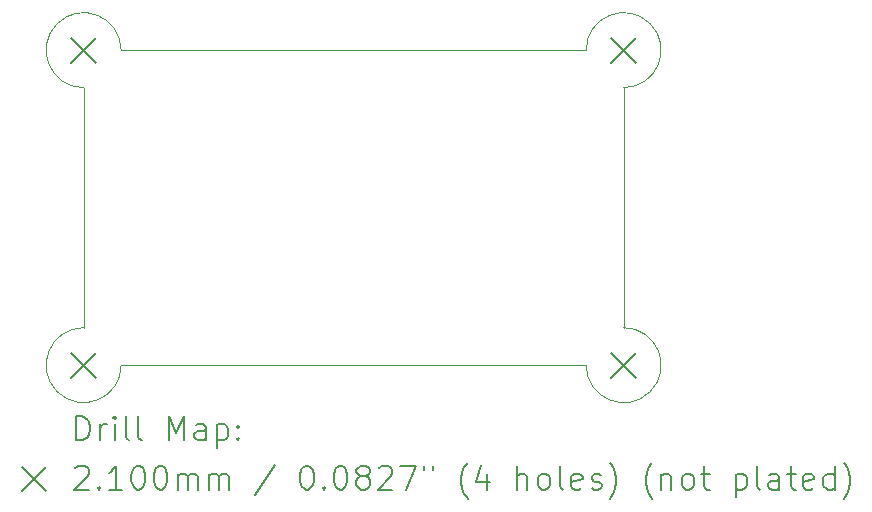
<source format=gbr>
%TF.GenerationSoftware,KiCad,Pcbnew,8.0.1*%
%TF.CreationDate,2024-04-18T13:35:58+10:00*%
%TF.ProjectId,MCU Datalogger,4d435520-4461-4746-916c-6f676765722e,1*%
%TF.SameCoordinates,Original*%
%TF.FileFunction,Drillmap*%
%TF.FilePolarity,Positive*%
%FSLAX45Y45*%
G04 Gerber Fmt 4.5, Leading zero omitted, Abs format (unit mm)*
G04 Created by KiCad (PCBNEW 8.0.1) date 2024-04-18 13:35:58*
%MOMM*%
%LPD*%
G01*
G04 APERTURE LIST*
%ADD10C,0.100000*%
%ADD11C,0.200000*%
%ADD12C,0.210000*%
G04 APERTURE END LIST*
D10*
X16573500Y-7048500D02*
X16573500Y-9080500D01*
X12001500Y-9080500D02*
X12001500Y-7048500D01*
X16256000Y-6731000D02*
G75*
G02*
X16573500Y-7048500I317500J0D01*
G01*
X16256000Y-9398000D02*
X12319000Y-9398000D01*
X12319000Y-9398000D02*
G75*
G02*
X12001500Y-9080500I-317500J0D01*
G01*
X16573500Y-9080500D02*
G75*
G02*
X16256000Y-9398000I0J-317500D01*
G01*
X12001500Y-7048500D02*
G75*
G02*
X12319000Y-6731000I0J317500D01*
G01*
X12319000Y-6731000D02*
X16256000Y-6731000D01*
D11*
D12*
X11896500Y-6626000D02*
X12106500Y-6836000D01*
X12106500Y-6626000D02*
X11896500Y-6836000D01*
X11896500Y-9293000D02*
X12106500Y-9503000D01*
X12106500Y-9293000D02*
X11896500Y-9503000D01*
X16468500Y-6626000D02*
X16678500Y-6836000D01*
X16678500Y-6626000D02*
X16468500Y-6836000D01*
X16468500Y-9293000D02*
X16678500Y-9503000D01*
X16678500Y-9293000D02*
X16468500Y-9503000D01*
D11*
X11939777Y-10031984D02*
X11939777Y-9831984D01*
X11939777Y-9831984D02*
X11987396Y-9831984D01*
X11987396Y-9831984D02*
X12015967Y-9841508D01*
X12015967Y-9841508D02*
X12035015Y-9860555D01*
X12035015Y-9860555D02*
X12044539Y-9879603D01*
X12044539Y-9879603D02*
X12054062Y-9917698D01*
X12054062Y-9917698D02*
X12054062Y-9946270D01*
X12054062Y-9946270D02*
X12044539Y-9984365D01*
X12044539Y-9984365D02*
X12035015Y-10003412D01*
X12035015Y-10003412D02*
X12015967Y-10022460D01*
X12015967Y-10022460D02*
X11987396Y-10031984D01*
X11987396Y-10031984D02*
X11939777Y-10031984D01*
X12139777Y-10031984D02*
X12139777Y-9898650D01*
X12139777Y-9936746D02*
X12149301Y-9917698D01*
X12149301Y-9917698D02*
X12158824Y-9908174D01*
X12158824Y-9908174D02*
X12177872Y-9898650D01*
X12177872Y-9898650D02*
X12196920Y-9898650D01*
X12263586Y-10031984D02*
X12263586Y-9898650D01*
X12263586Y-9831984D02*
X12254062Y-9841508D01*
X12254062Y-9841508D02*
X12263586Y-9851031D01*
X12263586Y-9851031D02*
X12273110Y-9841508D01*
X12273110Y-9841508D02*
X12263586Y-9831984D01*
X12263586Y-9831984D02*
X12263586Y-9851031D01*
X12387396Y-10031984D02*
X12368348Y-10022460D01*
X12368348Y-10022460D02*
X12358824Y-10003412D01*
X12358824Y-10003412D02*
X12358824Y-9831984D01*
X12492158Y-10031984D02*
X12473110Y-10022460D01*
X12473110Y-10022460D02*
X12463586Y-10003412D01*
X12463586Y-10003412D02*
X12463586Y-9831984D01*
X12720729Y-10031984D02*
X12720729Y-9831984D01*
X12720729Y-9831984D02*
X12787396Y-9974841D01*
X12787396Y-9974841D02*
X12854062Y-9831984D01*
X12854062Y-9831984D02*
X12854062Y-10031984D01*
X13035015Y-10031984D02*
X13035015Y-9927222D01*
X13035015Y-9927222D02*
X13025491Y-9908174D01*
X13025491Y-9908174D02*
X13006443Y-9898650D01*
X13006443Y-9898650D02*
X12968348Y-9898650D01*
X12968348Y-9898650D02*
X12949301Y-9908174D01*
X13035015Y-10022460D02*
X13015967Y-10031984D01*
X13015967Y-10031984D02*
X12968348Y-10031984D01*
X12968348Y-10031984D02*
X12949301Y-10022460D01*
X12949301Y-10022460D02*
X12939777Y-10003412D01*
X12939777Y-10003412D02*
X12939777Y-9984365D01*
X12939777Y-9984365D02*
X12949301Y-9965317D01*
X12949301Y-9965317D02*
X12968348Y-9955793D01*
X12968348Y-9955793D02*
X13015967Y-9955793D01*
X13015967Y-9955793D02*
X13035015Y-9946270D01*
X13130253Y-9898650D02*
X13130253Y-10098650D01*
X13130253Y-9908174D02*
X13149301Y-9898650D01*
X13149301Y-9898650D02*
X13187396Y-9898650D01*
X13187396Y-9898650D02*
X13206443Y-9908174D01*
X13206443Y-9908174D02*
X13215967Y-9917698D01*
X13215967Y-9917698D02*
X13225491Y-9936746D01*
X13225491Y-9936746D02*
X13225491Y-9993889D01*
X13225491Y-9993889D02*
X13215967Y-10012936D01*
X13215967Y-10012936D02*
X13206443Y-10022460D01*
X13206443Y-10022460D02*
X13187396Y-10031984D01*
X13187396Y-10031984D02*
X13149301Y-10031984D01*
X13149301Y-10031984D02*
X13130253Y-10022460D01*
X13311205Y-10012936D02*
X13320729Y-10022460D01*
X13320729Y-10022460D02*
X13311205Y-10031984D01*
X13311205Y-10031984D02*
X13301682Y-10022460D01*
X13301682Y-10022460D02*
X13311205Y-10012936D01*
X13311205Y-10012936D02*
X13311205Y-10031984D01*
X13311205Y-9908174D02*
X13320729Y-9917698D01*
X13320729Y-9917698D02*
X13311205Y-9927222D01*
X13311205Y-9927222D02*
X13301682Y-9917698D01*
X13301682Y-9917698D02*
X13311205Y-9908174D01*
X13311205Y-9908174D02*
X13311205Y-9927222D01*
X11479000Y-10260500D02*
X11679000Y-10460500D01*
X11679000Y-10260500D02*
X11479000Y-10460500D01*
X11930253Y-10271031D02*
X11939777Y-10261508D01*
X11939777Y-10261508D02*
X11958824Y-10251984D01*
X11958824Y-10251984D02*
X12006443Y-10251984D01*
X12006443Y-10251984D02*
X12025491Y-10261508D01*
X12025491Y-10261508D02*
X12035015Y-10271031D01*
X12035015Y-10271031D02*
X12044539Y-10290079D01*
X12044539Y-10290079D02*
X12044539Y-10309127D01*
X12044539Y-10309127D02*
X12035015Y-10337698D01*
X12035015Y-10337698D02*
X11920729Y-10451984D01*
X11920729Y-10451984D02*
X12044539Y-10451984D01*
X12130253Y-10432936D02*
X12139777Y-10442460D01*
X12139777Y-10442460D02*
X12130253Y-10451984D01*
X12130253Y-10451984D02*
X12120729Y-10442460D01*
X12120729Y-10442460D02*
X12130253Y-10432936D01*
X12130253Y-10432936D02*
X12130253Y-10451984D01*
X12330253Y-10451984D02*
X12215967Y-10451984D01*
X12273110Y-10451984D02*
X12273110Y-10251984D01*
X12273110Y-10251984D02*
X12254062Y-10280555D01*
X12254062Y-10280555D02*
X12235015Y-10299603D01*
X12235015Y-10299603D02*
X12215967Y-10309127D01*
X12454062Y-10251984D02*
X12473110Y-10251984D01*
X12473110Y-10251984D02*
X12492158Y-10261508D01*
X12492158Y-10261508D02*
X12501682Y-10271031D01*
X12501682Y-10271031D02*
X12511205Y-10290079D01*
X12511205Y-10290079D02*
X12520729Y-10328174D01*
X12520729Y-10328174D02*
X12520729Y-10375793D01*
X12520729Y-10375793D02*
X12511205Y-10413889D01*
X12511205Y-10413889D02*
X12501682Y-10432936D01*
X12501682Y-10432936D02*
X12492158Y-10442460D01*
X12492158Y-10442460D02*
X12473110Y-10451984D01*
X12473110Y-10451984D02*
X12454062Y-10451984D01*
X12454062Y-10451984D02*
X12435015Y-10442460D01*
X12435015Y-10442460D02*
X12425491Y-10432936D01*
X12425491Y-10432936D02*
X12415967Y-10413889D01*
X12415967Y-10413889D02*
X12406443Y-10375793D01*
X12406443Y-10375793D02*
X12406443Y-10328174D01*
X12406443Y-10328174D02*
X12415967Y-10290079D01*
X12415967Y-10290079D02*
X12425491Y-10271031D01*
X12425491Y-10271031D02*
X12435015Y-10261508D01*
X12435015Y-10261508D02*
X12454062Y-10251984D01*
X12644539Y-10251984D02*
X12663586Y-10251984D01*
X12663586Y-10251984D02*
X12682634Y-10261508D01*
X12682634Y-10261508D02*
X12692158Y-10271031D01*
X12692158Y-10271031D02*
X12701682Y-10290079D01*
X12701682Y-10290079D02*
X12711205Y-10328174D01*
X12711205Y-10328174D02*
X12711205Y-10375793D01*
X12711205Y-10375793D02*
X12701682Y-10413889D01*
X12701682Y-10413889D02*
X12692158Y-10432936D01*
X12692158Y-10432936D02*
X12682634Y-10442460D01*
X12682634Y-10442460D02*
X12663586Y-10451984D01*
X12663586Y-10451984D02*
X12644539Y-10451984D01*
X12644539Y-10451984D02*
X12625491Y-10442460D01*
X12625491Y-10442460D02*
X12615967Y-10432936D01*
X12615967Y-10432936D02*
X12606443Y-10413889D01*
X12606443Y-10413889D02*
X12596920Y-10375793D01*
X12596920Y-10375793D02*
X12596920Y-10328174D01*
X12596920Y-10328174D02*
X12606443Y-10290079D01*
X12606443Y-10290079D02*
X12615967Y-10271031D01*
X12615967Y-10271031D02*
X12625491Y-10261508D01*
X12625491Y-10261508D02*
X12644539Y-10251984D01*
X12796920Y-10451984D02*
X12796920Y-10318650D01*
X12796920Y-10337698D02*
X12806443Y-10328174D01*
X12806443Y-10328174D02*
X12825491Y-10318650D01*
X12825491Y-10318650D02*
X12854063Y-10318650D01*
X12854063Y-10318650D02*
X12873110Y-10328174D01*
X12873110Y-10328174D02*
X12882634Y-10347222D01*
X12882634Y-10347222D02*
X12882634Y-10451984D01*
X12882634Y-10347222D02*
X12892158Y-10328174D01*
X12892158Y-10328174D02*
X12911205Y-10318650D01*
X12911205Y-10318650D02*
X12939777Y-10318650D01*
X12939777Y-10318650D02*
X12958824Y-10328174D01*
X12958824Y-10328174D02*
X12968348Y-10347222D01*
X12968348Y-10347222D02*
X12968348Y-10451984D01*
X13063586Y-10451984D02*
X13063586Y-10318650D01*
X13063586Y-10337698D02*
X13073110Y-10328174D01*
X13073110Y-10328174D02*
X13092158Y-10318650D01*
X13092158Y-10318650D02*
X13120729Y-10318650D01*
X13120729Y-10318650D02*
X13139777Y-10328174D01*
X13139777Y-10328174D02*
X13149301Y-10347222D01*
X13149301Y-10347222D02*
X13149301Y-10451984D01*
X13149301Y-10347222D02*
X13158824Y-10328174D01*
X13158824Y-10328174D02*
X13177872Y-10318650D01*
X13177872Y-10318650D02*
X13206443Y-10318650D01*
X13206443Y-10318650D02*
X13225491Y-10328174D01*
X13225491Y-10328174D02*
X13235015Y-10347222D01*
X13235015Y-10347222D02*
X13235015Y-10451984D01*
X13625491Y-10242460D02*
X13454063Y-10499603D01*
X13882634Y-10251984D02*
X13901682Y-10251984D01*
X13901682Y-10251984D02*
X13920729Y-10261508D01*
X13920729Y-10261508D02*
X13930253Y-10271031D01*
X13930253Y-10271031D02*
X13939777Y-10290079D01*
X13939777Y-10290079D02*
X13949301Y-10328174D01*
X13949301Y-10328174D02*
X13949301Y-10375793D01*
X13949301Y-10375793D02*
X13939777Y-10413889D01*
X13939777Y-10413889D02*
X13930253Y-10432936D01*
X13930253Y-10432936D02*
X13920729Y-10442460D01*
X13920729Y-10442460D02*
X13901682Y-10451984D01*
X13901682Y-10451984D02*
X13882634Y-10451984D01*
X13882634Y-10451984D02*
X13863586Y-10442460D01*
X13863586Y-10442460D02*
X13854063Y-10432936D01*
X13854063Y-10432936D02*
X13844539Y-10413889D01*
X13844539Y-10413889D02*
X13835015Y-10375793D01*
X13835015Y-10375793D02*
X13835015Y-10328174D01*
X13835015Y-10328174D02*
X13844539Y-10290079D01*
X13844539Y-10290079D02*
X13854063Y-10271031D01*
X13854063Y-10271031D02*
X13863586Y-10261508D01*
X13863586Y-10261508D02*
X13882634Y-10251984D01*
X14035015Y-10432936D02*
X14044539Y-10442460D01*
X14044539Y-10442460D02*
X14035015Y-10451984D01*
X14035015Y-10451984D02*
X14025491Y-10442460D01*
X14025491Y-10442460D02*
X14035015Y-10432936D01*
X14035015Y-10432936D02*
X14035015Y-10451984D01*
X14168348Y-10251984D02*
X14187396Y-10251984D01*
X14187396Y-10251984D02*
X14206444Y-10261508D01*
X14206444Y-10261508D02*
X14215967Y-10271031D01*
X14215967Y-10271031D02*
X14225491Y-10290079D01*
X14225491Y-10290079D02*
X14235015Y-10328174D01*
X14235015Y-10328174D02*
X14235015Y-10375793D01*
X14235015Y-10375793D02*
X14225491Y-10413889D01*
X14225491Y-10413889D02*
X14215967Y-10432936D01*
X14215967Y-10432936D02*
X14206444Y-10442460D01*
X14206444Y-10442460D02*
X14187396Y-10451984D01*
X14187396Y-10451984D02*
X14168348Y-10451984D01*
X14168348Y-10451984D02*
X14149301Y-10442460D01*
X14149301Y-10442460D02*
X14139777Y-10432936D01*
X14139777Y-10432936D02*
X14130253Y-10413889D01*
X14130253Y-10413889D02*
X14120729Y-10375793D01*
X14120729Y-10375793D02*
X14120729Y-10328174D01*
X14120729Y-10328174D02*
X14130253Y-10290079D01*
X14130253Y-10290079D02*
X14139777Y-10271031D01*
X14139777Y-10271031D02*
X14149301Y-10261508D01*
X14149301Y-10261508D02*
X14168348Y-10251984D01*
X14349301Y-10337698D02*
X14330253Y-10328174D01*
X14330253Y-10328174D02*
X14320729Y-10318650D01*
X14320729Y-10318650D02*
X14311206Y-10299603D01*
X14311206Y-10299603D02*
X14311206Y-10290079D01*
X14311206Y-10290079D02*
X14320729Y-10271031D01*
X14320729Y-10271031D02*
X14330253Y-10261508D01*
X14330253Y-10261508D02*
X14349301Y-10251984D01*
X14349301Y-10251984D02*
X14387396Y-10251984D01*
X14387396Y-10251984D02*
X14406444Y-10261508D01*
X14406444Y-10261508D02*
X14415967Y-10271031D01*
X14415967Y-10271031D02*
X14425491Y-10290079D01*
X14425491Y-10290079D02*
X14425491Y-10299603D01*
X14425491Y-10299603D02*
X14415967Y-10318650D01*
X14415967Y-10318650D02*
X14406444Y-10328174D01*
X14406444Y-10328174D02*
X14387396Y-10337698D01*
X14387396Y-10337698D02*
X14349301Y-10337698D01*
X14349301Y-10337698D02*
X14330253Y-10347222D01*
X14330253Y-10347222D02*
X14320729Y-10356746D01*
X14320729Y-10356746D02*
X14311206Y-10375793D01*
X14311206Y-10375793D02*
X14311206Y-10413889D01*
X14311206Y-10413889D02*
X14320729Y-10432936D01*
X14320729Y-10432936D02*
X14330253Y-10442460D01*
X14330253Y-10442460D02*
X14349301Y-10451984D01*
X14349301Y-10451984D02*
X14387396Y-10451984D01*
X14387396Y-10451984D02*
X14406444Y-10442460D01*
X14406444Y-10442460D02*
X14415967Y-10432936D01*
X14415967Y-10432936D02*
X14425491Y-10413889D01*
X14425491Y-10413889D02*
X14425491Y-10375793D01*
X14425491Y-10375793D02*
X14415967Y-10356746D01*
X14415967Y-10356746D02*
X14406444Y-10347222D01*
X14406444Y-10347222D02*
X14387396Y-10337698D01*
X14501682Y-10271031D02*
X14511206Y-10261508D01*
X14511206Y-10261508D02*
X14530253Y-10251984D01*
X14530253Y-10251984D02*
X14577872Y-10251984D01*
X14577872Y-10251984D02*
X14596920Y-10261508D01*
X14596920Y-10261508D02*
X14606444Y-10271031D01*
X14606444Y-10271031D02*
X14615967Y-10290079D01*
X14615967Y-10290079D02*
X14615967Y-10309127D01*
X14615967Y-10309127D02*
X14606444Y-10337698D01*
X14606444Y-10337698D02*
X14492158Y-10451984D01*
X14492158Y-10451984D02*
X14615967Y-10451984D01*
X14682634Y-10251984D02*
X14815967Y-10251984D01*
X14815967Y-10251984D02*
X14730253Y-10451984D01*
X14882634Y-10251984D02*
X14882634Y-10290079D01*
X14958825Y-10251984D02*
X14958825Y-10290079D01*
X15254063Y-10528174D02*
X15244539Y-10518650D01*
X15244539Y-10518650D02*
X15225491Y-10490079D01*
X15225491Y-10490079D02*
X15215968Y-10471031D01*
X15215968Y-10471031D02*
X15206444Y-10442460D01*
X15206444Y-10442460D02*
X15196920Y-10394841D01*
X15196920Y-10394841D02*
X15196920Y-10356746D01*
X15196920Y-10356746D02*
X15206444Y-10309127D01*
X15206444Y-10309127D02*
X15215968Y-10280555D01*
X15215968Y-10280555D02*
X15225491Y-10261508D01*
X15225491Y-10261508D02*
X15244539Y-10232936D01*
X15244539Y-10232936D02*
X15254063Y-10223412D01*
X15415968Y-10318650D02*
X15415968Y-10451984D01*
X15368348Y-10242460D02*
X15320729Y-10385317D01*
X15320729Y-10385317D02*
X15444539Y-10385317D01*
X15673110Y-10451984D02*
X15673110Y-10251984D01*
X15758825Y-10451984D02*
X15758825Y-10347222D01*
X15758825Y-10347222D02*
X15749301Y-10328174D01*
X15749301Y-10328174D02*
X15730253Y-10318650D01*
X15730253Y-10318650D02*
X15701682Y-10318650D01*
X15701682Y-10318650D02*
X15682634Y-10328174D01*
X15682634Y-10328174D02*
X15673110Y-10337698D01*
X15882634Y-10451984D02*
X15863587Y-10442460D01*
X15863587Y-10442460D02*
X15854063Y-10432936D01*
X15854063Y-10432936D02*
X15844539Y-10413889D01*
X15844539Y-10413889D02*
X15844539Y-10356746D01*
X15844539Y-10356746D02*
X15854063Y-10337698D01*
X15854063Y-10337698D02*
X15863587Y-10328174D01*
X15863587Y-10328174D02*
X15882634Y-10318650D01*
X15882634Y-10318650D02*
X15911206Y-10318650D01*
X15911206Y-10318650D02*
X15930253Y-10328174D01*
X15930253Y-10328174D02*
X15939777Y-10337698D01*
X15939777Y-10337698D02*
X15949301Y-10356746D01*
X15949301Y-10356746D02*
X15949301Y-10413889D01*
X15949301Y-10413889D02*
X15939777Y-10432936D01*
X15939777Y-10432936D02*
X15930253Y-10442460D01*
X15930253Y-10442460D02*
X15911206Y-10451984D01*
X15911206Y-10451984D02*
X15882634Y-10451984D01*
X16063587Y-10451984D02*
X16044539Y-10442460D01*
X16044539Y-10442460D02*
X16035015Y-10423412D01*
X16035015Y-10423412D02*
X16035015Y-10251984D01*
X16215968Y-10442460D02*
X16196920Y-10451984D01*
X16196920Y-10451984D02*
X16158825Y-10451984D01*
X16158825Y-10451984D02*
X16139777Y-10442460D01*
X16139777Y-10442460D02*
X16130253Y-10423412D01*
X16130253Y-10423412D02*
X16130253Y-10347222D01*
X16130253Y-10347222D02*
X16139777Y-10328174D01*
X16139777Y-10328174D02*
X16158825Y-10318650D01*
X16158825Y-10318650D02*
X16196920Y-10318650D01*
X16196920Y-10318650D02*
X16215968Y-10328174D01*
X16215968Y-10328174D02*
X16225491Y-10347222D01*
X16225491Y-10347222D02*
X16225491Y-10366270D01*
X16225491Y-10366270D02*
X16130253Y-10385317D01*
X16301682Y-10442460D02*
X16320730Y-10451984D01*
X16320730Y-10451984D02*
X16358825Y-10451984D01*
X16358825Y-10451984D02*
X16377872Y-10442460D01*
X16377872Y-10442460D02*
X16387396Y-10423412D01*
X16387396Y-10423412D02*
X16387396Y-10413889D01*
X16387396Y-10413889D02*
X16377872Y-10394841D01*
X16377872Y-10394841D02*
X16358825Y-10385317D01*
X16358825Y-10385317D02*
X16330253Y-10385317D01*
X16330253Y-10385317D02*
X16311206Y-10375793D01*
X16311206Y-10375793D02*
X16301682Y-10356746D01*
X16301682Y-10356746D02*
X16301682Y-10347222D01*
X16301682Y-10347222D02*
X16311206Y-10328174D01*
X16311206Y-10328174D02*
X16330253Y-10318650D01*
X16330253Y-10318650D02*
X16358825Y-10318650D01*
X16358825Y-10318650D02*
X16377872Y-10328174D01*
X16454063Y-10528174D02*
X16463587Y-10518650D01*
X16463587Y-10518650D02*
X16482634Y-10490079D01*
X16482634Y-10490079D02*
X16492158Y-10471031D01*
X16492158Y-10471031D02*
X16501682Y-10442460D01*
X16501682Y-10442460D02*
X16511206Y-10394841D01*
X16511206Y-10394841D02*
X16511206Y-10356746D01*
X16511206Y-10356746D02*
X16501682Y-10309127D01*
X16501682Y-10309127D02*
X16492158Y-10280555D01*
X16492158Y-10280555D02*
X16482634Y-10261508D01*
X16482634Y-10261508D02*
X16463587Y-10232936D01*
X16463587Y-10232936D02*
X16454063Y-10223412D01*
X16815968Y-10528174D02*
X16806444Y-10518650D01*
X16806444Y-10518650D02*
X16787396Y-10490079D01*
X16787396Y-10490079D02*
X16777873Y-10471031D01*
X16777873Y-10471031D02*
X16768349Y-10442460D01*
X16768349Y-10442460D02*
X16758825Y-10394841D01*
X16758825Y-10394841D02*
X16758825Y-10356746D01*
X16758825Y-10356746D02*
X16768349Y-10309127D01*
X16768349Y-10309127D02*
X16777873Y-10280555D01*
X16777873Y-10280555D02*
X16787396Y-10261508D01*
X16787396Y-10261508D02*
X16806444Y-10232936D01*
X16806444Y-10232936D02*
X16815968Y-10223412D01*
X16892158Y-10318650D02*
X16892158Y-10451984D01*
X16892158Y-10337698D02*
X16901682Y-10328174D01*
X16901682Y-10328174D02*
X16920730Y-10318650D01*
X16920730Y-10318650D02*
X16949301Y-10318650D01*
X16949301Y-10318650D02*
X16968349Y-10328174D01*
X16968349Y-10328174D02*
X16977873Y-10347222D01*
X16977873Y-10347222D02*
X16977873Y-10451984D01*
X17101682Y-10451984D02*
X17082634Y-10442460D01*
X17082634Y-10442460D02*
X17073111Y-10432936D01*
X17073111Y-10432936D02*
X17063587Y-10413889D01*
X17063587Y-10413889D02*
X17063587Y-10356746D01*
X17063587Y-10356746D02*
X17073111Y-10337698D01*
X17073111Y-10337698D02*
X17082634Y-10328174D01*
X17082634Y-10328174D02*
X17101682Y-10318650D01*
X17101682Y-10318650D02*
X17130254Y-10318650D01*
X17130254Y-10318650D02*
X17149301Y-10328174D01*
X17149301Y-10328174D02*
X17158825Y-10337698D01*
X17158825Y-10337698D02*
X17168349Y-10356746D01*
X17168349Y-10356746D02*
X17168349Y-10413889D01*
X17168349Y-10413889D02*
X17158825Y-10432936D01*
X17158825Y-10432936D02*
X17149301Y-10442460D01*
X17149301Y-10442460D02*
X17130254Y-10451984D01*
X17130254Y-10451984D02*
X17101682Y-10451984D01*
X17225492Y-10318650D02*
X17301682Y-10318650D01*
X17254063Y-10251984D02*
X17254063Y-10423412D01*
X17254063Y-10423412D02*
X17263587Y-10442460D01*
X17263587Y-10442460D02*
X17282634Y-10451984D01*
X17282634Y-10451984D02*
X17301682Y-10451984D01*
X17520730Y-10318650D02*
X17520730Y-10518650D01*
X17520730Y-10328174D02*
X17539777Y-10318650D01*
X17539777Y-10318650D02*
X17577873Y-10318650D01*
X17577873Y-10318650D02*
X17596920Y-10328174D01*
X17596920Y-10328174D02*
X17606444Y-10337698D01*
X17606444Y-10337698D02*
X17615968Y-10356746D01*
X17615968Y-10356746D02*
X17615968Y-10413889D01*
X17615968Y-10413889D02*
X17606444Y-10432936D01*
X17606444Y-10432936D02*
X17596920Y-10442460D01*
X17596920Y-10442460D02*
X17577873Y-10451984D01*
X17577873Y-10451984D02*
X17539777Y-10451984D01*
X17539777Y-10451984D02*
X17520730Y-10442460D01*
X17730254Y-10451984D02*
X17711206Y-10442460D01*
X17711206Y-10442460D02*
X17701682Y-10423412D01*
X17701682Y-10423412D02*
X17701682Y-10251984D01*
X17892158Y-10451984D02*
X17892158Y-10347222D01*
X17892158Y-10347222D02*
X17882635Y-10328174D01*
X17882635Y-10328174D02*
X17863587Y-10318650D01*
X17863587Y-10318650D02*
X17825492Y-10318650D01*
X17825492Y-10318650D02*
X17806444Y-10328174D01*
X17892158Y-10442460D02*
X17873111Y-10451984D01*
X17873111Y-10451984D02*
X17825492Y-10451984D01*
X17825492Y-10451984D02*
X17806444Y-10442460D01*
X17806444Y-10442460D02*
X17796920Y-10423412D01*
X17796920Y-10423412D02*
X17796920Y-10404365D01*
X17796920Y-10404365D02*
X17806444Y-10385317D01*
X17806444Y-10385317D02*
X17825492Y-10375793D01*
X17825492Y-10375793D02*
X17873111Y-10375793D01*
X17873111Y-10375793D02*
X17892158Y-10366270D01*
X17958825Y-10318650D02*
X18035015Y-10318650D01*
X17987396Y-10251984D02*
X17987396Y-10423412D01*
X17987396Y-10423412D02*
X17996920Y-10442460D01*
X17996920Y-10442460D02*
X18015968Y-10451984D01*
X18015968Y-10451984D02*
X18035015Y-10451984D01*
X18177873Y-10442460D02*
X18158825Y-10451984D01*
X18158825Y-10451984D02*
X18120730Y-10451984D01*
X18120730Y-10451984D02*
X18101682Y-10442460D01*
X18101682Y-10442460D02*
X18092158Y-10423412D01*
X18092158Y-10423412D02*
X18092158Y-10347222D01*
X18092158Y-10347222D02*
X18101682Y-10328174D01*
X18101682Y-10328174D02*
X18120730Y-10318650D01*
X18120730Y-10318650D02*
X18158825Y-10318650D01*
X18158825Y-10318650D02*
X18177873Y-10328174D01*
X18177873Y-10328174D02*
X18187396Y-10347222D01*
X18187396Y-10347222D02*
X18187396Y-10366270D01*
X18187396Y-10366270D02*
X18092158Y-10385317D01*
X18358825Y-10451984D02*
X18358825Y-10251984D01*
X18358825Y-10442460D02*
X18339777Y-10451984D01*
X18339777Y-10451984D02*
X18301682Y-10451984D01*
X18301682Y-10451984D02*
X18282635Y-10442460D01*
X18282635Y-10442460D02*
X18273111Y-10432936D01*
X18273111Y-10432936D02*
X18263587Y-10413889D01*
X18263587Y-10413889D02*
X18263587Y-10356746D01*
X18263587Y-10356746D02*
X18273111Y-10337698D01*
X18273111Y-10337698D02*
X18282635Y-10328174D01*
X18282635Y-10328174D02*
X18301682Y-10318650D01*
X18301682Y-10318650D02*
X18339777Y-10318650D01*
X18339777Y-10318650D02*
X18358825Y-10328174D01*
X18435016Y-10528174D02*
X18444539Y-10518650D01*
X18444539Y-10518650D02*
X18463587Y-10490079D01*
X18463587Y-10490079D02*
X18473111Y-10471031D01*
X18473111Y-10471031D02*
X18482635Y-10442460D01*
X18482635Y-10442460D02*
X18492158Y-10394841D01*
X18492158Y-10394841D02*
X18492158Y-10356746D01*
X18492158Y-10356746D02*
X18482635Y-10309127D01*
X18482635Y-10309127D02*
X18473111Y-10280555D01*
X18473111Y-10280555D02*
X18463587Y-10261508D01*
X18463587Y-10261508D02*
X18444539Y-10232936D01*
X18444539Y-10232936D02*
X18435016Y-10223412D01*
M02*

</source>
